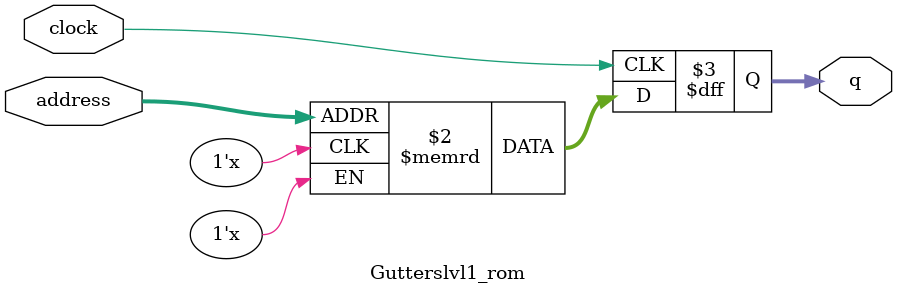
<source format=sv>
module Gutterslvl1_rom (
	input logic clock,
	input logic [17:0] address,
	output logic [3:0] q
);

logic [3:0] memory [0:195299] /* synthesis ram_init_file = "C:\Users\David\Desktop\ECE385\Final\Lab_6\levels\Gutter1\Gutterslvl1.mif" */;

always_ff @ (posedge clock) begin
	q <= memory[address];
end

endmodule

</source>
